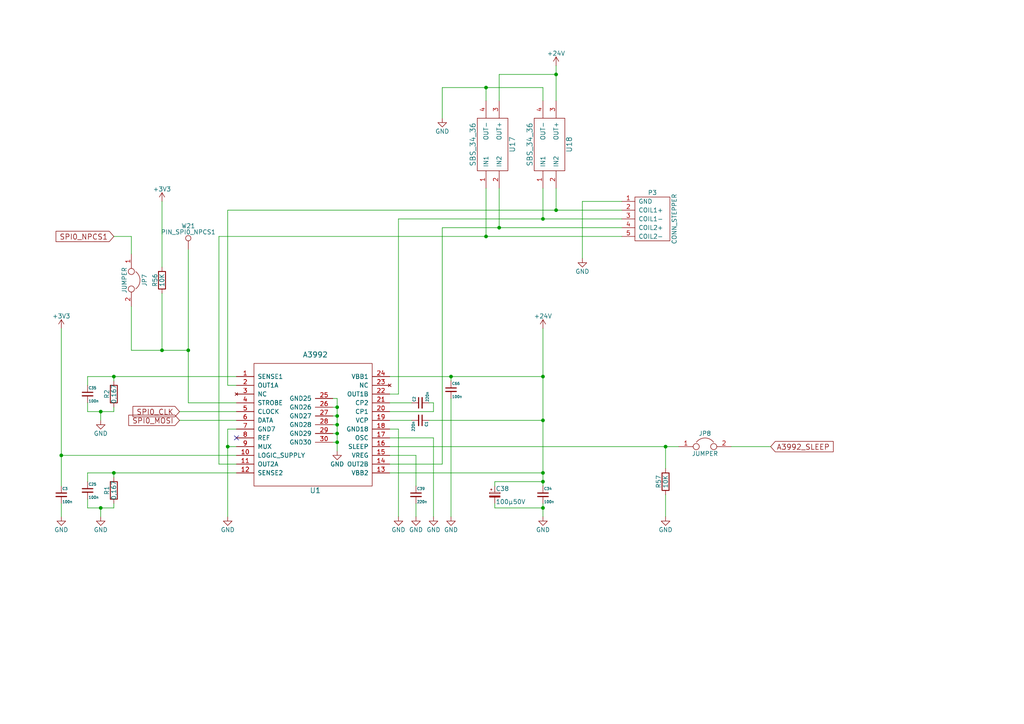
<source format=kicad_sch>
(kicad_sch (version 20231120) (generator "eeschema") (generator_version "8.0")
  (paper "A4")
  (lib_symbols
    (symbol "TEST4-rescue:+24V" (power) (pin_names (offset 0))
      (property "Value" "+24V" (at 0 3.556 0))
      (symbol "+24V_0_1"
        (polyline (pts (xy -0.762 1.27) (xy 0 2.54)))
        (polyline (pts (xy 0 0) (xy 0 2.54)))
        (polyline (pts (xy 0 2.54) (xy 0.762 1.27)))
      )
      (symbol "+24V_1_1"
        (pin power_in line (at 0 0 90) (length 0) hide (name "+24V") (number "1"))
      )
    )
    (symbol "TEST4-rescue:+3.3V" (power) (pin_names (offset 0))
      (property "Value" "+3.3V" (at 0 3.556 0))
      (symbol "+3.3V_0_1"
        (polyline (pts (xy -0.762 1.27) (xy 0 2.54)))
        (polyline (pts (xy 0 0) (xy 0 2.54)))
        (polyline (pts (xy 0 2.54) (xy 0.762 1.27)))
      )
      (symbol "+3.3V_1_1"
        (pin power_in line (at 0 0 90) (length 0) hide (name "+3V3") (number "1"))
      )
    )
    (symbol "TEST4-rescue:A3992" (pin_names (offset 1.016))
      (property "Reference" "U" (at 0 -19.05 0))
      (property "Value" "A3992" (at 0 20.32 0))
      (symbol "A3992_0_1"
        (rectangle (start -17.78 17.78) (end 16.51 -17.78))
      )
      (symbol "A3992_1_1"
        (pin output line (at -22.86 13.97 0) (length 5.08) (name "SENSE1") (number "1"))
        (pin power_in line (at -22.86 -8.89 0) (length 5.08) (name "LOGIC_SUPPLY") (number "10"))
        (pin output line (at -22.86 -11.43 0) (length 5.08) (name "OUT2A") (number "11"))
        (pin output line (at -22.86 -13.97 0) (length 5.08) (name "SENSE2") (number "12"))
        (pin power_in line (at 21.59 -13.97 180) (length 5.08) (name "VBB2") (number "13"))
        (pin output line (at 21.59 -11.43 180) (length 5.08) (name "OUT2B") (number "14"))
        (pin bidirectional line (at 21.59 -8.89 180) (length 5.08) (name "VREG") (number "15"))
        (pin input line (at 21.59 -6.35 180) (length 5.08) (name "SLEEP") (number "16"))
        (pin input line (at 21.59 -3.81 180) (length 5.08) (name "OSC") (number "17"))
        (pin power_in line (at 21.59 -1.27 180) (length 5.08) (name "GND18") (number "18"))
        (pin passive line (at 21.59 1.27 180) (length 5.08) (name "VCP") (number "19"))
        (pin output line (at -22.86 11.43 0) (length 5.08) (name "OUT1A") (number "2"))
        (pin bidirectional line (at 21.59 3.81 180) (length 5.08) (name "CP1") (number "20"))
        (pin bidirectional line (at 21.59 6.35 180) (length 5.08) (name "CP2") (number "21"))
        (pin output line (at 21.59 8.89 180) (length 5.08) (name "OUT1B") (number "22"))
        (pin no_connect line (at 21.59 11.43 180) (length 5.08) (name "NC") (number "23"))
        (pin input line (at 21.59 13.97 180) (length 5.08) (name "VBB1") (number "24"))
        (pin power_in line (at 5.08 7.62 180) (length 5.08) (name "GND25") (number "25"))
        (pin power_in line (at 5.08 5.08 180) (length 5.08) (name "GND26") (number "26"))
        (pin power_in line (at 5.08 2.54 180) (length 5.08) (name "GND27") (number "27"))
        (pin power_in line (at 5.08 0 180) (length 5.08) (name "GND28") (number "28"))
        (pin power_in line (at 5.08 -2.54 180) (length 5.08) (name "GND29") (number "29"))
        (pin no_connect line (at -22.86 8.89 0) (length 5.08) (name "NC") (number "3"))
        (pin power_in line (at 5.08 -5.08 180) (length 5.08) (name "GND30") (number "30"))
        (pin input line (at -22.86 6.35 0) (length 5.08) (name "STROBE") (number "4"))
        (pin input line (at -22.86 3.81 0) (length 5.08) (name "CLOCK") (number "5"))
        (pin input line (at -22.86 1.27 0) (length 5.08) (name "DATA") (number "6"))
        (pin power_in line (at -22.86 -1.27 0) (length 5.08) (name "GND7") (number "7"))
        (pin passive line (at -22.86 -3.81 0) (length 5.08) (name "REF") (number "8"))
        (pin input line (at -22.86 -6.35 0) (length 5.08) (name "MUX") (number "9"))
      )
    )
    (symbol "TEST4-rescue:CONN_STEPPER" (pin_names (offset 1.016))
      (property "Reference" "P" (at 0 -7.62 0))
      (property "Value" "CONN_STEPPER" (at -6.35 0 90))
      (symbol "CONN_STEPPER_0_1"
        (rectangle (start -5.08 6.35) (end 5.08 -6.35))
      )
      (symbol "CONN_STEPPER_1_1"
        (pin power_in line (at 8.89 -5.08 180) (length 3.81) (name "GND") (number "1"))
        (pin input line (at 8.89 -2.54 180) (length 3.81) (name "COIL1+") (number "2"))
        (pin input line (at 8.89 0 180) (length 3.81) (name "COIL1-") (number "3"))
        (pin input line (at 8.89 2.54 180) (length 3.81) (name "COIL2+") (number "4"))
        (pin input line (at 8.89 5.08 180) (length 3.81) (name "COIL2-") (number "5"))
      )
    )
    (symbol "TEST4-rescue:CP_Small" (pin_numbers hide) (pin_names (offset 0.254) hide)
      (property "Reference" "C" (at 0.254 1.778 0))
      (property "Value" "CP_Small" (at 0.254 -2.032 0))
      (symbol "CP_Small_0_1"
        (rectangle (start -1.524 -0.3048) (end 1.524 -0.6858) (fill (type outline)))
        (rectangle (start -1.524 0.6858) (end 1.524 0.3048))
        (polyline (pts (xy -1.27 1.524) (xy -0.762 1.524)))
        (polyline (pts (xy -1.016 1.27) (xy -1.016 1.778)))
      )
      (symbol "CP_Small_1_1"
        (pin passive line (at 0 2.54 270) (length 1.8542) (name "~") (number "1"))
        (pin passive line (at 0 -2.54 90) (length 1.8542) (name "~") (number "2"))
      )
    )
    (symbol "TEST4-rescue:C_Small" (pin_numbers hide) (pin_names (offset 0.254) hide)
      (property "Reference" "C" (at 0.254 1.778 0))
      (property "Value" "C_Small" (at 0.254 -2.032 0))
      (symbol "C_Small_0_1"
        (polyline (pts (xy -1.524 -0.508) (xy 1.524 -0.508)) (stroke (width 0.3302)))
        (polyline (pts (xy -1.524 0.508) (xy 1.524 0.508)) (stroke (width 0.3048)))
      )
      (symbol "C_Small_1_1"
        (pin passive line (at 0 2.54 270) (length 2.032) (name "~") (number "1"))
        (pin passive line (at 0 -2.54 90) (length 2.032) (name "~") (number "2"))
      )
    )
    (symbol "TEST4-rescue:GND" (power) (pin_names (offset 0))
      (property "Value" "GND" (at 0 -3.81 0))
      (symbol "GND_0_1"
        (polyline (pts (xy 0 0) (xy 0 -1.27) (xy 1.27 -1.27) (xy 0 -2.54) (xy -1.27 -1.27) (xy 0 -1.27)))
      )
      (symbol "GND_1_1"
        (pin power_in line (at 0 0 270) (length 0) hide (name "GND") (number "1"))
      )
    )
    (symbol "TEST4-rescue:JUMPER" (pin_names (offset 0.762) hide)
      (property "Reference" "JP" (at 0 3.81 0))
      (property "Value" "JUMPER" (at 0 -2.032 0))
      (symbol "JUMPER_0_1"
        (circle (center -2.54 0) (radius 0.889))
        (arc (start 2.5146 1.27) (mid 0.0078 2.5097) (end -2.4892 1.27))
        (circle (center 2.54 0) (radius 0.889))
        (pin passive line (at -7.62 0 0) (length 4.191) (name "1") (number "1"))
        (pin passive line (at 7.62 0 180) (length 4.191) (name "2") (number "2"))
      )
    )
    (symbol "TEST4-rescue:R" (pin_numbers hide) (pin_names (offset 0))
      (property "Reference" "R" (at 2.032 0 90))
      (property "Value" "R" (at 0 0 90))
      (symbol "R_0_1"
        (rectangle (start -1.016 -2.54) (end 1.016 2.54) (stroke (width 0.254)))
      )
      (symbol "R_1_1"
        (pin passive line (at 0 3.81 270) (length 1.27) (name "~") (number "1"))
        (pin passive line (at 0 -3.81 90) (length 1.27) (name "~") (number "2"))
      )
    )
    (symbol "TEST4-rescue:SBS_34_36" (pin_names (offset 1.016))
      (property "Reference" "U" (at 0 -2.54 0))
      (property "Value" "SBS_34_36" (at 0 8.89 0))
      (symbol "SBS_34_36_0_1"
        (rectangle (start -7.62 7.62) (end 7.62 -1.27))
      )
      (symbol "SBS_34_36_1_1"
        (pin input line (at -12.7 5.08 0) (length 5.08) (name "IN1") (number "1"))
        (pin input line (at -12.7 1.27 0) (length 5.08) (name "IN2") (number "2"))
        (pin input line (at 12.7 1.27 180) (length 5.08) (name "OUT+") (number "3"))
        (pin input line (at 12.7 5.08 180) (length 5.08) (name "OUT-") (number "4"))
      )
    )
    (symbol "TEST4-rescue:TEST_1P" (pin_numbers hide) (pin_names (offset 0.762) hide)
      (property "Reference" "W" (at 0 6.858 0))
      (property "Value" "TEST_1P" (at 0 5.08 0))
      (symbol "TEST_1P_0_1"
        (circle (center 0 3.302) (radius 0.762))
      )
      (symbol "TEST_1P_1_1"
        (pin passive line (at 0 0 90) (length 2.54) (name "1") (number "1"))
      )
    )
  )
  (junction (at 33.02 109.22))
  (junction (at 97.79 125.73))
  (junction (at 97.79 120.65))
  (junction (at 157.48 147.32))
  (junction (at 157.48 63.5))
  (junction (at 157.48 139.7))
  (junction (at 46.99 101.6))
  (junction (at 157.48 121.92))
  (junction (at 157.48 137.16))
  (junction (at 29.21 119.38))
  (junction (at 140.97 25.4))
  (junction (at 144.78 66.04))
  (junction (at 66.04 129.54))
  (junction (at 161.29 60.96))
  (junction (at 33.02 137.16))
  (junction (at 140.97 68.58))
  (junction (at 130.81 109.22))
  (junction (at 97.79 118.11))
  (junction (at 29.21 147.32))
  (junction (at 17.78 132.08))
  (junction (at 193.04 129.54))
  (junction (at 157.48 109.22))
  (junction (at 97.79 128.27))
  (junction (at 54.61 101.6))
  (junction (at 161.29 21.59))
  (junction (at 97.79 123.19))
  (no_connect (at 68.58 127))
  (wire (pts (xy 120.65 146.05) (xy 120.65 149.86)))
  (wire (pts (xy 168.91 58.42) (xy 180.34 58.42)))
  (wire (pts (xy 140.97 25.4) (xy 140.97 29.21)))
  (wire (pts (xy 144.78 66.04) (xy 144.78 54.61)))
  (wire (pts (xy 17.78 95.25) (xy 17.78 132.08)))
  (wire (pts (xy 113.03 127) (xy 125.73 127)))
  (wire (pts (xy 113.03 116.84) (xy 119.38 116.84)))
  (wire (pts (xy 29.21 147.32) (xy 33.02 147.32)))
  (wire (pts (xy 140.97 68.58) (xy 140.97 54.61)))
  (wire (pts (xy 96.52 125.73) (xy 97.79 125.73)))
  (wire (pts (xy 157.48 63.5) (xy 180.34 63.5)))
  (wire (pts (xy 25.4 137.16) (xy 33.02 137.16)))
  (wire (pts (xy 144.78 21.59) (xy 144.78 29.21)))
  (wire (pts (xy 25.4 109.22) (xy 33.02 109.22)))
  (wire (pts (xy 115.57 63.5) (xy 115.57 114.3)))
  (wire (pts (xy 96.52 128.27) (xy 97.79 128.27)))
  (wire (pts (xy 68.58 124.46) (xy 66.04 124.46)))
  (wire (pts (xy 25.4 137.16) (xy 25.4 139.7)))
  (wire (pts (xy 33.02 137.16) (xy 68.58 137.16)))
  (wire (pts (xy 66.04 60.96) (xy 161.29 60.96)))
  (wire (pts (xy 29.21 147.32) (xy 29.21 149.86)))
  (wire (pts (xy 161.29 60.96) (xy 180.34 60.96)))
  (wire (pts (xy 97.79 120.65) (xy 97.79 123.19)))
  (wire (pts (xy 157.48 147.32) (xy 143.51 147.32)))
  (wire (pts (xy 113.03 129.54) (xy 193.04 129.54)))
  (wire (pts (xy 25.4 119.38) (xy 25.4 116.84)))
  (wire (pts (xy 113.03 109.22) (xy 130.81 109.22)))
  (wire (pts (xy 161.29 60.96) (xy 161.29 54.61)))
  (wire (pts (xy 96.52 123.19) (xy 97.79 123.19)))
  (wire (pts (xy 33.02 137.16) (xy 33.02 138.43)))
  (wire (pts (xy 115.57 114.3) (xy 113.03 114.3)))
  (wire (pts (xy 68.58 134.62) (xy 63.5 134.62)))
  (wire (pts (xy 66.04 111.76) (xy 68.58 111.76)))
  (wire (pts (xy 25.4 119.38) (xy 29.21 119.38)))
  (wire (pts (xy 130.81 115.57) (xy 130.81 149.86)))
  (wire (pts (xy 113.03 124.46) (xy 115.57 124.46)))
  (wire (pts (xy 143.51 139.7) (xy 143.51 140.97)))
  (wire (pts (xy 113.03 121.92) (xy 119.38 121.92)))
  (wire (pts (xy 125.73 116.84) (xy 124.46 116.84)))
  (wire (pts (xy 38.1 88.9) (xy 38.1 101.6)))
  (wire (pts (xy 96.52 115.57) (xy 97.79 115.57)))
  (wire (pts (xy 66.04 129.54) (xy 66.04 149.86)))
  (wire (pts (xy 128.27 25.4) (xy 140.97 25.4)))
  (wire (pts (xy 17.78 146.05) (xy 17.78 149.86)))
  (wire (pts (xy 97.79 128.27) (xy 97.79 130.81)))
  (wire (pts (xy 157.48 121.92) (xy 157.48 137.16)))
  (wire (pts (xy 157.48 146.05) (xy 157.48 147.32)))
  (wire (pts (xy 113.03 119.38) (xy 125.73 119.38)))
  (wire (pts (xy 54.61 116.84) (xy 68.58 116.84)))
  (wire (pts (xy 161.29 21.59) (xy 161.29 29.21)))
  (wire (pts (xy 161.29 19.05) (xy 161.29 21.59)))
  (wire (pts (xy 223.52 129.54) (xy 212.09 129.54)))
  (wire (pts (xy 29.21 121.92) (xy 29.21 119.38)))
  (wire (pts (xy 63.5 68.58) (xy 140.97 68.58)))
  (wire (pts (xy 143.51 147.32) (xy 143.51 146.05)))
  (wire (pts (xy 157.48 95.25) (xy 157.48 109.22)))
  (wire (pts (xy 46.99 58.42) (xy 46.99 77.47)))
  (wire (pts (xy 128.27 34.29) (xy 128.27 25.4)))
  (wire (pts (xy 68.58 119.38) (xy 52.07 119.38)))
  (wire (pts (xy 115.57 124.46) (xy 115.57 149.86)))
  (wire (pts (xy 33.02 109.22) (xy 68.58 109.22)))
  (wire (pts (xy 54.61 72.39) (xy 54.61 101.6)))
  (wire (pts (xy 140.97 68.58) (xy 180.34 68.58)))
  (wire (pts (xy 25.4 109.22) (xy 25.4 111.76)))
  (wire (pts (xy 157.48 137.16) (xy 157.48 139.7)))
  (wire (pts (xy 193.04 135.89) (xy 193.04 129.54)))
  (wire (pts (xy 17.78 132.08) (xy 17.78 140.97)))
  (wire (pts (xy 33.02 119.38) (xy 33.02 118.11)))
  (wire (pts (xy 97.79 118.11) (xy 97.79 120.65)))
  (wire (pts (xy 157.48 139.7) (xy 157.48 140.97)))
  (wire (pts (xy 68.58 132.08) (xy 17.78 132.08)))
  (wire (pts (xy 161.29 21.59) (xy 144.78 21.59)))
  (wire (pts (xy 130.81 109.22) (xy 130.81 110.49)))
  (wire (pts (xy 46.99 101.6) (xy 54.61 101.6)))
  (wire (pts (xy 157.48 139.7) (xy 143.51 139.7)))
  (wire (pts (xy 157.48 25.4) (xy 157.48 29.21)))
  (wire (pts (xy 128.27 66.04) (xy 144.78 66.04)))
  (wire (pts (xy 125.73 119.38) (xy 125.73 116.84)))
  (wire (pts (xy 157.48 109.22) (xy 157.48 121.92)))
  (wire (pts (xy 130.81 109.22) (xy 157.48 109.22)))
  (wire (pts (xy 97.79 125.73) (xy 97.79 128.27)))
  (wire (pts (xy 113.03 132.08) (xy 120.65 132.08)))
  (wire (pts (xy 68.58 129.54) (xy 66.04 129.54)))
  (wire (pts (xy 33.02 147.32) (xy 33.02 146.05)))
  (wire (pts (xy 113.03 134.62) (xy 128.27 134.62)))
  (wire (pts (xy 96.52 118.11) (xy 97.79 118.11)))
  (wire (pts (xy 97.79 115.57) (xy 97.79 118.11)))
  (wire (pts (xy 29.21 119.38) (xy 33.02 119.38)))
  (wire (pts (xy 38.1 101.6) (xy 46.99 101.6)))
  (wire (pts (xy 157.48 147.32) (xy 157.48 149.86)))
  (wire (pts (xy 66.04 60.96) (xy 66.04 111.76)))
  (wire (pts (xy 68.58 121.92) (xy 52.07 121.92)))
  (wire (pts (xy 120.65 132.08) (xy 120.65 140.97)))
  (wire (pts (xy 128.27 134.62) (xy 128.27 66.04)))
  (wire (pts (xy 38.1 68.58) (xy 38.1 73.66)))
  (wire (pts (xy 125.73 127) (xy 125.73 149.86)))
  (wire (pts (xy 33.02 109.22) (xy 33.02 110.49)))
  (wire (pts (xy 157.48 63.5) (xy 157.48 54.61)))
  (wire (pts (xy 157.48 137.16) (xy 113.03 137.16)))
  (wire (pts (xy 96.52 120.65) (xy 97.79 120.65)))
  (wire (pts (xy 46.99 85.09) (xy 46.99 101.6)))
  (wire (pts (xy 168.91 58.42) (xy 168.91 74.93)))
  (wire (pts (xy 63.5 134.62) (xy 63.5 68.58)))
  (wire (pts (xy 97.79 123.19) (xy 97.79 125.73)))
  (wire (pts (xy 124.46 121.92) (xy 157.48 121.92)))
  (wire (pts (xy 25.4 147.32) (xy 25.4 144.78)))
  (wire (pts (xy 115.57 63.5) (xy 157.48 63.5)))
  (wire (pts (xy 140.97 25.4) (xy 157.48 25.4)))
  (wire (pts (xy 66.04 124.46) (xy 66.04 129.54)))
  (wire (pts (xy 33.02 68.58) (xy 38.1 68.58)))
  (wire (pts (xy 193.04 149.86) (xy 193.04 143.51)))
  (wire (pts (xy 144.78 66.04) (xy 180.34 66.04)))
  (wire (pts (xy 25.4 147.32) (xy 29.21 147.32)))
  (wire (pts (xy 193.04 129.54) (xy 196.85 129.54)))
  (wire (pts (xy 54.61 101.6) (xy 54.61 116.84)))
  (global_label "SPI0_NPCS1" (shape input) (at 33.02 68.58 180) (effects (font (size 1.524 1.524))) (property "Intersheetrefs" "${INTERSHEET_REFS}" (effects (hide yes))))
  (global_label "SPI0_CLK" (shape input) (at 52.07 119.38 180) (effects (font (size 1.524 1.524))) (property "Intersheetrefs" "${INTERSHEET_REFS}" (effects (hide yes))))
  (global_label "SPI0_MOSI" (shape input) (at 52.07 121.92 180) (effects (font (size 1.524 1.524))) (property "Intersheetrefs" "${INTERSHEET_REFS}" (effects (hide yes))))
  (global_label "A3992_SLEEP" (shape input) (at 223.52 129.54 0) (effects (font (size 1.524 1.524))) (property "Intersheetrefs" "${INTERSHEET_REFS}" (effects (hide yes))))
  (symbol (lib_name "TEST4-rescue:C_Small") (lib_id "TEST4-rescue:C_Small") (at 121.92 116.84 90) (unit 1)
    (property "Reference" "C24" (at 120.142 116.586 0) (effects (font (size 0.762 0.762)) (justify left)))
    (property "Value" "220n" (at 123.952 116.586 0) (effects (font (size 0.762 0.762)) (justify left)))
    (property "Footprint" "mylib:C_1206" (effects (hide yes)))
    (instances (project "" (path "" (reference "C2") (unit 1)) (path "" (reference "C24") (unit 1))))
  )
  (symbol (lib_name "TEST4-rescue:C_Small") (lib_id "TEST4-rescue:C_Small") (at 121.92 121.92 270) (unit 1)
    (property "Reference" "C23" (at 123.698 122.174 0) (effects (font (size 0.762 0.762)) (justify left)))
    (property "Value" "220n" (at 119.888 122.174 0) (effects (font (size 0.762 0.762)) (justify left)))
    (property "Footprint" "mylib:C_1206" (effects (hide yes)))
    (instances (project "" (path "" (reference "C1") (unit 1)) (path "" (reference "C23") (unit 1))))
  )
  (symbol (lib_name "TEST4-rescue:R") (lib_id "TEST4-rescue:R") (at 33.02 114.3 180) (unit 1)
    (property "Reference" "R6" (at 30.988 114.3 90))
    (property "Value" "0,167" (at 33.02 114.3 90))
    (property "Footprint" "mylib:R_2010" (effects (hide yes)))
    (instances (project "" (path "" (reference "R2") (unit 1)) (path "" (reference "R6") (unit 1))))
  )
  (symbol (lib_name "TEST4-rescue:CP_Small") (lib_id "TEST4-rescue:CP_Small") (at 143.51 143.51 0) (unit 1)
    (property "Reference" "C38" (at 143.764 141.732 0) (effects (justify left)))
    (property "Value" "100µ50V" (at 143.764 145.542 0) (effects (justify left)))
    (property "Footprint" "mylib:C_Radial_D10_L13_P5" (effects (hide yes)))
    (property "Typ" "Reichelt RAD FR 100/63" (effects (hide yes)))
    (instances (project "" (path "" (reference "C38") (unit 1)) (path "" (reference "C40") (unit 1))))
  )
  (symbol (lib_name "TEST4-rescue:C_Small") (lib_id "TEST4-rescue:C_Small") (at 25.4 142.24 0) (unit 1)
    (property "Reference" "C64" (at 25.654 140.462 0) (effects (font (size 0.762 0.762)) (justify left)))
    (property "Value" "100n" (at 25.654 144.272 0) (effects (font (size 0.762 0.762)) (justify left)))
    (property "Footprint" "mylib:C_1206" (effects (hide yes)))
    (instances (project "" (path "" (reference "C25") (unit 1)) (path "" (reference "C64") (unit 1))))
  )
  (symbol (lib_name "TEST4-rescue:+24V") (lib_id "TEST4-rescue:+24V") (at 157.48 95.25 0) (unit 1)
    (property "Reference" "#PWR0118" (effects (hide yes)))
    (property "Value" "+24V" (at 157.48 91.694 0))
    (instances (project "" (path "" (reference "#PWR18") (unit 1)) (path "" (reference "#PWR0118") (unit 1))))
  )
  (symbol (lib_name "TEST4-rescue:C_Small") (lib_id "TEST4-rescue:C_Small") (at 120.65 143.51 0) (unit 1)
    (property "Reference" "C41" (at 120.904 141.732 0) (effects (font (size 0.762 0.762)) (justify left)))
    (property "Value" "220n" (at 120.904 145.542 0) (effects (font (size 0.762 0.762)) (justify left)))
    (property "Footprint" "mylib:C_1206" (effects (hide yes)))
    (instances (project "" (path "" (reference "C39") (unit 1)) (path "" (reference "C41") (unit 1))))
  )
  (symbol (lib_name "TEST4-rescue:CONN_STEPPER") (lib_id "TEST4-rescue:CONN_STEPPER") (at 189.23 63.5 180) (unit 1)
    (property "Reference" "P4" (at 189.23 55.88 0))
    (property "Value" "CONN_STEPPER" (at 195.58 63.5 90))
    (property "Footprint" "mylib:Pin_Header_Straight_LForm_1x05" (effects (hide yes)))
    (instances (project "" (path "" (reference "P3") (unit 1)) (path "" (reference "P4") (unit 1))))
  )
  (symbol (lib_name "TEST4-rescue:GND") (lib_id "TEST4-rescue:GND") (at 115.57 149.86 0) (unit 1)
    (property "Reference" "#PWR0123" (effects (hide yes)))
    (property "Value" "GND" (at 115.57 153.67 0))
    (instances (project "" (path "" (reference "#PWR14") (unit 1)) (path "" (reference "#PWR0123") (unit 1))))
  )
  (symbol (lib_name "TEST4-rescue:GND") (lib_id "TEST4-rescue:GND") (at 29.21 121.92 0) (unit 1)
    (property "Reference" "#PWR0124" (effects (hide yes)))
    (property "Value" "GND" (at 29.21 125.73 0))
    (instances (project "" (path "" (reference "#PWR10") (unit 1)) (path "" (reference "#PWR0124") (unit 1))))
  )
  (symbol (lib_name "TEST4-rescue:GND") (lib_id "TEST4-rescue:GND") (at 29.21 149.86 0) (unit 1)
    (property "Reference" "#PWR0125" (effects (hide yes)))
    (property "Value" "GND" (at 29.21 153.67 0))
    (instances (project "" (path "" (reference "#PWR11") (unit 1)) (path "" (reference "#PWR0125") (unit 1))))
  )
  (symbol (lib_name "TEST4-rescue:C_Small") (lib_id "TEST4-rescue:C_Small") (at 17.78 143.51 0) (unit 1)
    (property "Reference" "C36" (at 18.034 141.732 0) (effects (font (size 0.762 0.762)) (justify left)))
    (property "Value" "100n" (at 18.034 145.542 0) (effects (font (size 0.762 0.762)) (justify left)))
    (property "Footprint" "mylib:C_1206" (effects (hide yes)))
    (instances (project "" (path "" (reference "C3") (unit 1)) (path "" (reference "C36") (unit 1))))
  )
  (symbol (lib_name "TEST4-rescue:GND") (lib_id "TEST4-rescue:GND") (at 157.48 149.86 0) (unit 1)
    (property "Reference" "#PWR0128" (effects (hide yes)))
    (property "Value" "GND" (at 157.48 153.67 0))
    (instances (project "" (path "" (reference "#PWR19") (unit 1)) (path "" (reference "#PWR0128") (unit 1))))
  )
  (symbol (lib_name "TEST4-rescue:C_Small") (lib_id "TEST4-rescue:C_Small") (at 157.48 143.51 0) (unit 1)
    (property "Reference" "C65" (at 157.734 141.732 0) (effects (font (size 0.762 0.762)) (justify left)))
    (property "Value" "100n" (at 157.734 145.542 0) (effects (font (size 0.762 0.762)) (justify left)))
    (property "Footprint" "mylib:C_1206" (effects (hide yes)))
    (instances (project "" (path "" (reference "C34") (unit 1)) (path "" (reference "C65") (unit 1))))
  )
  (symbol (lib_name "TEST4-rescue:GND") (lib_id "TEST4-rescue:GND") (at 125.73 149.86 0) (unit 1)
    (property "Reference" "#PWR0131" (effects (hide yes)))
    (property "Value" "GND" (at 125.73 153.67 0))
    (instances (project "" (path "" (reference "#PWR16") (unit 1)) (path "" (reference "#PWR0131") (unit 1))))
  )
  (symbol (lib_name "TEST4-rescue:GND") (lib_id "TEST4-rescue:GND") (at 168.91 74.93 0) (unit 1)
    (property "Reference" "#PWR0119" (effects (hide yes)))
    (property "Value" "GND" (at 168.91 78.74 0))
    (instances (project "" (path "" (reference "#PWR21") (unit 1)) (path "" (reference "#PWR0119") (unit 1))))
  )
  (symbol (lib_name "TEST4-rescue:+24V") (lib_id "TEST4-rescue:+24V") (at 161.29 19.05 0) (unit 1)
    (property "Reference" "#PWR0120" (effects (hide yes)))
    (property "Value" "+24V" (at 161.29 15.494 0))
    (instances (project "" (path "" (reference "#PWR20") (unit 1)) (path "" (reference "#PWR0120") (unit 1))))
  )
  (symbol (lib_name "TEST4-rescue:C_Small") (lib_id "TEST4-rescue:C_Small") (at 25.4 114.3 0) (unit 1)
    (property "Reference" "C37" (at 25.654 112.522 0) (effects (font (size 0.762 0.762)) (justify left)))
    (property "Value" "100n" (at 25.654 116.332 0) (effects (font (size 0.762 0.762)) (justify left)))
    (property "Footprint" "mylib:C_1206" (effects (hide yes)))
    (instances (project "" (path "" (reference "C35") (unit 1)) (path "" (reference "C37") (unit 1))))
  )
  (symbol (lib_name "TEST4-rescue:A3992") (lib_id "TEST4-rescue:A3992") (at 91.44 123.19 0) (unit 1)
    (property "Reference" "U3" (at 91.44 142.24 0) (effects (font (size 1.524 1.524))))
    (property "Value" "A3992" (at 91.44 102.87 0) (effects (font (size 1.524 1.524))))
    (property "Footprint" "mylib:SSOP24_A3992_Pitch0.65mm" (effects (hide yes)))
    (instances (project "" (path "" (reference "U1") (unit 1)) (path "" (reference "U3") (unit 1))))
  )
  (symbol (lib_name "TEST4-rescue:GND") (lib_id "TEST4-rescue:GND") (at 97.79 130.81 0) (unit 1)
    (property "Reference" "#PWR0121" (effects (hide yes)))
    (property "Value" "GND" (at 97.79 134.62 0))
    (instances (project "" (path "" (reference "#PWR13") (unit 1)) (path "" (reference "#PWR0121") (unit 1))))
  )
  (symbol (lib_name "TEST4-rescue:GND") (lib_id "TEST4-rescue:GND") (at 66.04 149.86 0) (unit 1)
    (property "Reference" "#PWR0122" (effects (hide yes)))
    (property "Value" "GND" (at 66.04 153.67 0))
    (instances (project "" (path "" (reference "#PWR12") (unit 1)) (path "" (reference "#PWR0122") (unit 1))))
  )
  (symbol (lib_name "TEST4-rescue:R") (lib_id "TEST4-rescue:R") (at 33.02 142.24 180) (unit 1)
    (property "Reference" "R5" (at 30.988 142.24 90))
    (property "Value" "0,167" (at 33.02 142.24 90))
    (property "Footprint" "mylib:R_2010" (effects (hide yes)))
    (instances (project "" (path "" (reference "R1") (unit 1)) (path "" (reference "R5") (unit 1))))
  )
  (symbol (lib_name "TEST4-rescue:+3.3V") (lib_id "TEST4-rescue:+3.3V") (at 17.78 95.25 0) (unit 1)
    (property "Reference" "#PWR0126" (effects (hide yes)))
    (property "Value" "+3V3" (at 17.78 91.694 0))
    (instances (project "" (path "" (reference "#PWR8") (unit 1)) (path "" (reference "#PWR0126") (unit 1))))
  )
  (symbol (lib_name "TEST4-rescue:GND") (lib_id "TEST4-rescue:GND") (at 17.78 149.86 0) (unit 1)
    (property "Reference" "#PWR0127" (effects (hide yes)))
    (property "Value" "GND" (at 17.78 153.67 0))
    (instances (project "" (path "" (reference "#PWR9") (unit 1)) (path "" (reference "#PWR0127") (unit 1))))
  )
  (symbol (lib_name "TEST4-rescue:GND") (lib_id "TEST4-rescue:GND") (at 120.65 149.86 0) (unit 1)
    (property "Reference" "#PWR0129" (effects (hide yes)))
    (property "Value" "GND" (at 120.65 153.67 0))
    (instances (project "" (path "" (reference "#PWR15") (unit 1)) (path "" (reference "#PWR0129") (unit 1))))
  )
  (symbol (lib_name "TEST4-rescue:C_Small") (lib_id "TEST4-rescue:C_Small") (at 130.81 113.03 0) (unit 1)
    (property "Reference" "C67" (at 131.064 111.252 0) (effects (font (size 0.762 0.762)) (justify left)))
    (property "Value" "100n" (at 131.064 115.062 0) (effects (font (size 0.762 0.762)) (justify left)))
    (property "Footprint" "mylib:C_1206" (effects (hide yes)))
    (instances (project "" (path "" (reference "C66") (unit 1)) (path "" (reference "C67") (unit 1))))
  )
  (symbol (lib_name "TEST4-rescue:GND") (lib_id "TEST4-rescue:GND") (at 130.81 149.86 0) (unit 1)
    (property "Reference" "#PWR0130" (effects (hide yes)))
    (property "Value" "GND" (at 130.81 153.67 0))
    (instances (project "" (path "" (reference "#PWR17") (unit 1)) (path "" (reference "#PWR0130") (unit 1))))
  )
  (symbol (lib_name "TEST4-rescue:SBS_34_36") (lib_id "TEST4-rescue:SBS_34_36") (at 146.05 41.91 90) (unit 1)
    (property "Reference" "U17" (at 148.59 41.91 0) (effects (font (size 1.524 1.524))))
    (property "Value" "SBS_34_36" (at 137.16 41.91 0) (effects (font (size 1.524 1.524))))
    (property "Footprint" "mylib:SBS_34_36" (effects (hide yes)))
  )
  (symbol (lib_name "TEST4-rescue:SBS_34_36") (lib_id "TEST4-rescue:SBS_34_36") (at 162.56 41.91 90) (unit 1)
    (property "Reference" "U18" (at 165.1 41.91 0) (effects (font (size 1.524 1.524))))
    (property "Value" "SBS_34_36" (at 153.67 41.91 0) (effects (font (size 1.524 1.524))))
    (property "Footprint" "mylib:SBS_34_36" (effects (hide yes)))
  )
  (symbol (lib_name "TEST4-rescue:GND") (lib_id "TEST4-rescue:GND") (at 128.27 34.29 0) (unit 1)
    (property "Reference" "#PWR0132" (effects (hide yes)))
    (property "Value" "GND" (at 128.27 38.1 0))
  )
  (symbol (lib_name "TEST4-rescue:TEST_1P") (lib_id "TEST4-rescue:TEST_1P") (at 54.61 72.39 0) (unit 1)
    (property "Reference" "W21" (at 54.61 65.532 0))
    (property "Value" "PIN_SPI0_NPCS1" (at 54.61 67.31 0))
    (property "Footprint" "mylib:TestPad_09mmDrill" (effects (hide yes)))
  )
  (symbol (lib_name "TEST4-rescue:JUMPER") (lib_id "TEST4-rescue:JUMPER") (at 38.1 81.28 270) (unit 1)
    (property "Reference" "JP7" (at 41.91 81.28 0))
    (property "Value" "JUMPER" (at 36.068 81.28 0))
    (property "Footprint" "mylib:Pin_Header_Straight_1x02" (effects (hide yes)))
  )
  (symbol (lib_name "TEST4-rescue:R") (lib_id "TEST4-rescue:R") (at 46.99 81.28 180) (unit 1)
    (property "Reference" "R56" (at 44.958 81.28 90))
    (property "Value" "10K" (at 46.99 81.28 90))
    (property "Footprint" "mylib:R_1206" (effects (hide yes)))
  )
  (symbol (lib_name "TEST4-rescue:+3.3V") (lib_id "TEST4-rescue:+3.3V") (at 46.99 58.42 0) (unit 1)
    (property "Reference" "#PWR0133" (effects (hide yes)))
    (property "Value" "+3V3" (at 46.99 54.864 0))
  )
  (symbol (lib_name "TEST4-rescue:JUMPER") (lib_id "TEST4-rescue:JUMPER") (at 204.47 129.54 0) (unit 1)
    (property "Reference" "JP8" (at 204.47 125.73 0))
    (property "Value" "JUMPER" (at 204.47 131.572 0))
    (property "Footprint" "mylib:Pin_Header_Straight_1x02" (effects (hide yes)))
  )
  (symbol (lib_name "TEST4-rescue:R") (lib_id "TEST4-rescue:R") (at 193.04 139.7 180) (unit 1)
    (property "Reference" "R57" (at 191.008 139.7 90))
    (property "Value" "10K" (at 193.04 139.7 90))
    (property "Footprint" "mylib:R_1206" (effects (hide yes)))
  )
  (symbol (lib_name "TEST4-rescue:GND") (lib_id "TEST4-rescue:GND") (at 193.04 149.86 0) (unit 1)
    (property "Reference" "#PWR0134" (effects (hide yes)))
    (property "Value" "GND" (at 193.04 153.67 0))
  )
)
</source>
